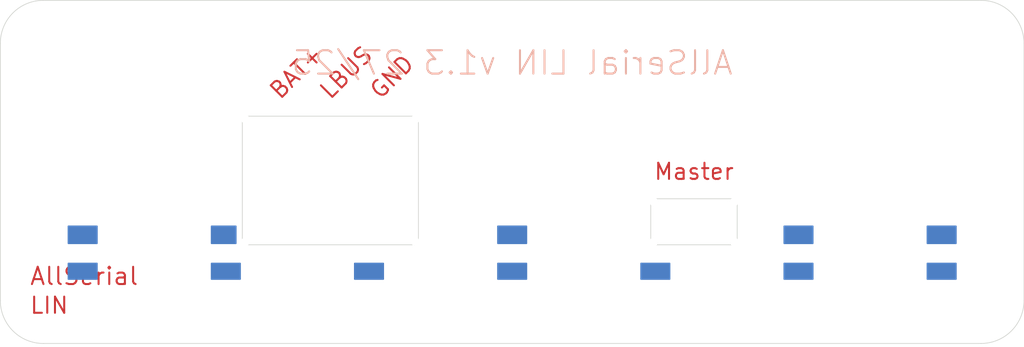
<source format=kicad_pcb>
(kicad_pcb (version 20241229) (generator "pcbnew") (generator_version "9.0")
  (layers (0 "F.Cu" signal) (2 "B.Cu" signal) (13 "F.Paste" user) (15 "B.Paste" user) (5 "F.SilkS" user "F.Silkscreen") (7 "B.SilkS" user "B.Silkscreen") (1 "F.Mask" user) (3 "B.Mask" user) (25 "Edge.Cuts" user))
  (net 0 "")
  (footprint "AllSerial_Front:Metz_PT11303HBBN_182" (layer "F.Cu") (at 135.8011 117.0036)
    (property "Reference" "E$2" (hide yes))
    (property "Value" "")
    (fp_line (start -6.15 -15.7) (end -6.15 -7.2) (stroke (width 0.05)) (layer "Edge.Cuts"))
    (fp_line (start -5.95 -6.9) (end 5.95 -6.9) (stroke (width 0.05)) (layer "Edge.Cuts"))
    (fp_line (start 5.95 -15.9) (end -5.95 -15.9) (stroke (width 0.05)) (layer "Edge.Cuts"))
    (fp_line (start 6.15 -7.2) (end 6.15 -15.7) (stroke (width 0.05)) (layer "Edge.Cuts"))
    (fp_arc (start -6.15 -15.7) (mid -6.091421 -15.841421) (end -5.95 -15.9) (stroke (width 0.05)) (layer "Edge.Cuts"))
    (fp_arc (start -5.95 -6.9) (mid -6.112131 -7.008579) (end -6.15 -7.2) (stroke (width 0.05)) (layer "Edge.Cuts"))
    (fp_arc (start 5.95 -15.9) (mid 6.091421 -15.841421) (end 6.15 -15.7) (stroke (width 0.05)) (layer "Edge.Cuts"))
    (fp_arc (start 6.149999 -7.199999) (mid 6.091906 -7.022062) (end 5.95 -6.9) (stroke (width 0.05)) (layer "Edge.Cuts"))
    (pad "" np_thru_hole circle (at -5.95 -15.7) (size 0.6 0.6) (drill 0.6) (layers "*.Cu" "*.Mask"))
    (pad "" np_thru_hole circle (at -5.95 -7.1) (size 0.6 0.6) (drill 0.6) (layers "*.Cu" "*.Mask"))
    (pad "" np_thru_hole circle (at 5.95 -15.7) (size 0.6 0.6) (drill 0.6) (layers "*.Cu" "*.Mask"))
    (pad "" np_thru_hole circle (at 5.95 -7.1) (size 0.6 0.6) (drill 0.6) (layers "*.Cu" "*.Mask"))
  )
  (footprint "AllSerial_Front:Frontpanel_2_Holes" (layer "F.Cu") (at 148.5011 117.0036)
    (property "Reference" "E$1" (hide yes))
    (property "Value" "" (hide yes))
    (fp_rect (start -31 -8.2) (end -29 -7) (stroke (width 0.1)) (fill yes) (layer "B.Cu"))
    (fp_rect (start -31 -5.6) (end -29 -4.5) (stroke (width 0.1)) (fill yes) (layer "B.Cu"))
    (fp_rect (start -21 -8.2) (end -19.3 -7) (stroke (width 0.1)) (fill yes) (layer "B.Cu"))
    (fp_rect (start -21 -5.6) (end -19 -4.5) (stroke (width 0.1)) (fill yes) (layer "B.Cu"))
    (fp_rect (start -11 -5.6) (end -9 -4.5) (stroke (width 0.1)) (fill yes) (layer "B.Cu"))
    (fp_rect (start -1 -8.2) (end 1 -7) (stroke (width 0.1)) (fill yes) (layer "B.Cu"))
    (fp_rect (start -1 -5.6) (end 1 -4.5) (stroke (width 0.1)) (fill yes) (layer "B.Cu"))
    (fp_rect (start 9 -5.6) (end 11 -4.5) (stroke (width 0.1)) (fill yes) (layer "B.Cu"))
    (fp_rect (start 19 -8.2) (end 21 -7) (stroke (width 0.1)) (fill yes) (layer "B.Cu"))
    (fp_rect (start 19 -5.6) (end 21 -4.5) (stroke (width 0.1)) (fill yes) (layer "B.Cu"))
    (fp_rect (start 29 -8.2) (end 31 -7) (stroke (width 0.1)) (fill yes) (layer "B.Cu"))
    (fp_rect (start 29 -5.6) (end 31 -4.5) (stroke (width 0.1)) (fill yes) (layer "B.Cu"))
    (fp_line (start -35.75 -3) (end -35.75 -21) (stroke (width 0.05)) (layer "Edge.Cuts"))
    (fp_line (start -32.75 0) (end 32.75 0) (stroke (width 0.05)) (layer "Edge.Cuts"))
    (fp_line (start -32.749999 -24) (end 32.75 -24) (stroke (width 0.05)) (layer "Edge.Cuts"))
    (fp_line (start 35.75 -21) (end 35.75 -3) (stroke (width 0.05)) (layer "Edge.Cuts"))
    (fp_arc (start -35.75 -21) (mid -34.87132 -23.12132) (end -32.75 -24) (stroke (width 0.05)) (layer "Edge.Cuts"))
    (fp_arc (start -32.75 0) (mid -34.87132 -0.87868) (end -35.75 -3) (stroke (width 0.05)) (layer "Edge.Cuts"))
    (fp_arc (start 32.75 -24) (mid 34.87132 -23.12132) (end 35.75 -21) (stroke (width 0.05)) (layer "Edge.Cuts"))
    (fp_arc (start 35.75 -3) (mid 34.87132 -0.87868) (end 32.75 0) (stroke (width 0.05)) (layer "Edge.Cuts"))
    (fp_text user "AllSerial" (at -33.75 -4 0) (layer "F.Cu") (effects (font (size 1.2065 1.2065) (thickness 0.1397)) (justify left bottom)))
    (pad "" np_thru_hole circle (at -31.75 -12) (size 3.2 3.2) (drill 3.2) (layers "*.Cu" "*.Mask"))
    (pad "" np_thru_hole circle (at 31.75 -12) (size 3.2 3.2) (drill 3.2) (layers "*.Cu" "*.Mask"))
  )
  (footprint "AllSerial_Front:Jumper_254_1x2_Front" (layer "F.Cu") (at 161.2011 117.0036)
    (property "Reference" "E$3" (hide yes))
    (property "Value" "")
    (fp_line (start -3.02 -9.72) (end -3.02 -7.2) (stroke (width 0.05)) (layer "Edge.Cuts"))
    (fp_line (start -2.62 -6.9) (end 2.62 -6.9) (stroke (width 0.05)) (layer "Edge.Cuts"))
    (fp_line (start 2.62 -10.12) (end -2.62 -10.12) (stroke (width 0.05)) (layer "Edge.Cuts"))
    (fp_line (start 3.02 -7.2) (end 3.02 -9.72) (stroke (width 0.05)) (layer "Edge.Cuts"))
    (fp_arc (start -3.02 -9.72) (mid -2.902843 -10.002843) (end -2.62 -10.12) (stroke (width 0.05)) (layer "Edge.Cuts"))
    (fp_arc (start -2.62 -6.9) (mid -2.882132 -6.967157) (end -3.02 -7.2) (stroke (width 0.05)) (layer "Edge.Cuts"))
    (fp_arc (start 2.62 -10.12) (mid 2.902843 -10.002843) (end 3.02 -9.72) (stroke (width 0.05)) (layer "Edge.Cuts"))
    (fp_arc (start 3.019999 -7.199999) (mid 2.861906 -6.994124) (end 2.62 -6.9) (stroke (width 0.05)) (layer "Edge.Cuts"))
    (pad "" np_thru_hole circle (at -2.82 -9.92) (size 0.6 0.6) (drill 0.6) (layers "*.Cu" "*.Mask"))
    (pad "" np_thru_hole circle (at -2.82 -7.1) (size 0.6 0.6) (drill 0.6) (layers "*.Cu" "*.Mask"))
    (pad "" np_thru_hole circle (at 2.82 -9.92) (size 0.6 0.6) (drill 0.6) (layers "*.Cu" "*.Mask"))
    (pad "" np_thru_hole circle (at 2.82 -7.1) (size 0.6 0.6) (drill 0.6) (layers "*.Cu" "*.Mask"))
  )
  (gr_text "LBUS" (at 135.3211 99.6386 45) (layer "F.Cu") (effects (font (size 1.1303 1.1303) (thickness 0.1397)) (justify left)))
  (gr_text "Master" (at 161.2061 105.6386 0) (layer "F.Cu") (effects (font (size 1.1303 1.1303) (thickness 0.1397)) (justify bottom)))
  (gr_text "GND" (at 138.8211 99.6386 45) (layer "F.Cu") (effects (font (size 1.1303 1.1303) (thickness 0.1397)) (justify left)))
  (gr_text "LIN" (at 114.7511 115.0036 0) (layer "F.Cu") (effects (font (size 1.1303 1.1303) (thickness 0.1397)) (justify left bottom)))
  (gr_text "BAT+" (at 131.8211 99.6386 45) (layer "F.Cu") (effects (font (size 1.1303 1.1303) (thickness 0.1397)) (justify left)))
  (gr_text "AllSerial LIN v1.3 27/25" (at 148.5011 98.3346 0) (layer "B.SilkS") (effects (font (size 1.63576 1.63576) (thickness 0.14224)) (justify bottom mirror)))
)
</source>
